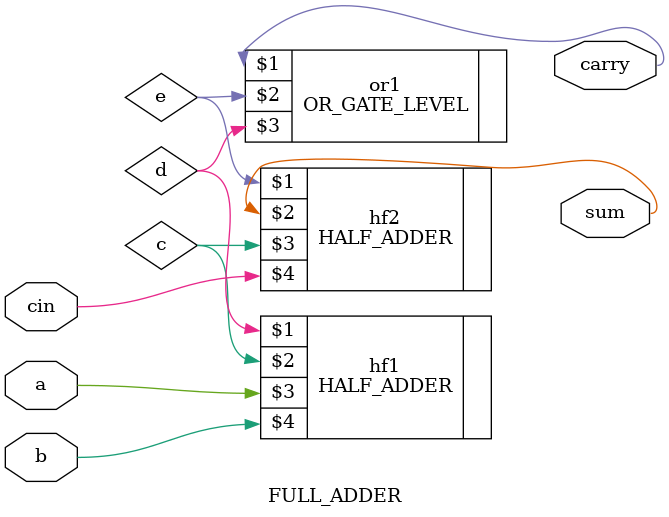
<source format=v>
module FULL_ADDER(carry,sum,a,b,cin);
input a,b,cin;
output carry,sum;
wire c,d,e;
HALF_ADDER hf1(d,c,a,b);
HALF_ADDER hf2(e,sum,c,cin);
OR_GATE_LEVEL or1(carry,e,d);
endmodule
</source>
